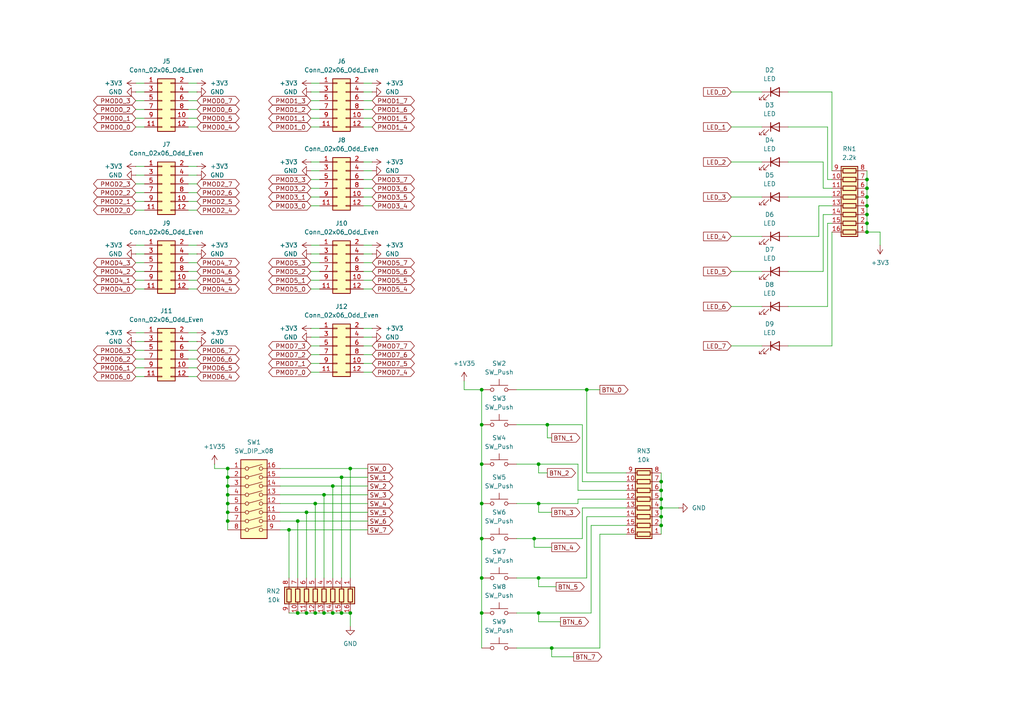
<source format=kicad_sch>
(kicad_sch (version 20231120) (generator "eeschema") (generator_version "8.0")
  (paper "A4")
  (title_block (title "PatchLogic 85 FPGA Board") (rev "V0.1") (company "ODHIN Unicamp") (comment 1 "Licensed under CERN OHL V2 Permissive") (comment 2 "Designed by: Julio Nunes Avelar"))
  (lib_symbols
    (symbol "Connector_Generic:Conn_02x06_Odd_Even" (pin_names (offset 1.016) hide)
      (property "Reference" "J" (at 1.27 7.62 0))
      (property "Value" "Conn_02x06_Odd_Even" (at 1.27 -10.16 0))
      (symbol "Conn_02x06_Odd_Even_1_1"
        (rectangle (start -1.27 -7.493) (end 0 -7.747) (stroke (width 0.1524)))
        (rectangle (start -1.27 -4.953) (end 0 -5.207) (stroke (width 0.1524)))
        (rectangle (start -1.27 -2.413) (end 0 -2.667) (stroke (width 0.1524)))
        (rectangle (start -1.27 0.127) (end 0 -0.127) (stroke (width 0.1524)))
        (rectangle (start -1.27 2.667) (end 0 2.413) (stroke (width 0.1524)))
        (rectangle (start -1.27 5.207) (end 0 4.953) (stroke (width 0.1524)))
        (rectangle (start -1.27 6.35) (end 3.81 -8.89) (stroke (width 0.254)) (fill (type background)))
        (rectangle (start 3.81 -7.493) (end 2.54 -7.747) (stroke (width 0.1524)))
        (rectangle (start 3.81 -4.953) (end 2.54 -5.207) (stroke (width 0.1524)))
        (rectangle (start 3.81 -2.413) (end 2.54 -2.667) (stroke (width 0.1524)))
        (rectangle (start 3.81 0.127) (end 2.54 -0.127) (stroke (width 0.1524)))
        (rectangle (start 3.81 2.667) (end 2.54 2.413) (stroke (width 0.1524)))
        (rectangle (start 3.81 5.207) (end 2.54 4.953) (stroke (width 0.1524)))
        (pin passive line (at -5.08 5.08 0) (length 3.81) (name "Pin_1") (number "1"))
        (pin passive line (at 7.62 -5.08 180) (length 3.81) (name "Pin_10") (number "10"))
        (pin passive line (at -5.08 -7.62 0) (length 3.81) (name "Pin_11") (number "11"))
        (pin passive line (at 7.62 -7.62 180) (length 3.81) (name "Pin_12") (number "12"))
        (pin passive line (at 7.62 5.08 180) (length 3.81) (name "Pin_2") (number "2"))
        (pin passive line (at -5.08 2.54 0) (length 3.81) (name "Pin_3") (number "3"))
        (pin passive line (at 7.62 2.54 180) (length 3.81) (name "Pin_4") (number "4"))
        (pin passive line (at -5.08 0 0) (length 3.81) (name "Pin_5") (number "5"))
        (pin passive line (at 7.62 0 180) (length 3.81) (name "Pin_6") (number "6"))
        (pin passive line (at -5.08 -2.54 0) (length 3.81) (name "Pin_7") (number "7"))
        (pin passive line (at 7.62 -2.54 180) (length 3.81) (name "Pin_8") (number "8"))
        (pin passive line (at -5.08 -5.08 0) (length 3.81) (name "Pin_9") (number "9"))
      )
    )
    (symbol "Device:LED" (pin_numbers hide) (pin_names (offset 1.016) hide)
      (property "Reference" "D" (at 0 2.54 0))
      (property "Value" "LED" (at 0 -2.54 0))
      (symbol "LED_0_1"
        (polyline (pts (xy -1.27 -1.27) (xy -1.27 1.27)) (stroke (width 0.254)))
        (polyline (pts (xy -1.27 0) (xy 1.27 0)))
        (polyline (pts (xy 1.27 -1.27) (xy 1.27 1.27) (xy -1.27 0) (xy 1.27 -1.27)) (stroke (width 0.254)))
        (polyline (pts (xy -3.048 -0.762) (xy -4.572 -2.286) (xy -3.81 -2.286) (xy -4.572 -2.286) (xy -4.572 -1.524)))
        (polyline (pts (xy -1.778 -0.762) (xy -3.302 -2.286) (xy -2.54 -2.286) (xy -3.302 -2.286) (xy -3.302 -1.524)))
      )
      (symbol "LED_1_1"
        (pin passive line (at -3.81 0 0) (length 2.54) (name "K") (number "1"))
        (pin passive line (at 3.81 0 180) (length 2.54) (name "A") (number "2"))
      )
    )
    (symbol "Device:R_Pack08" (pin_names (offset 0) hide)
      (property "Reference" "RN" (at -12.7 0 90))
      (property "Value" "R_Pack08" (at 10.16 0 90))
      (symbol "R_Pack08_0_1"
        (rectangle (start -11.43 -2.413) (end 8.89 2.413) (stroke (width 0.254)) (fill (type background)))
        (rectangle (start -10.795 1.905) (end -9.525 -1.905) (stroke (width 0.254)))
        (rectangle (start -8.255 1.905) (end -6.985 -1.905) (stroke (width 0.254)))
        (rectangle (start -5.715 1.905) (end -4.445 -1.905) (stroke (width 0.254)))
        (rectangle (start -3.175 1.905) (end -1.905 -1.905) (stroke (width 0.254)))
        (rectangle (start -0.635 1.905) (end 0.635 -1.905) (stroke (width 0.254)))
        (polyline (pts (xy -10.16 -2.54) (xy -10.16 -1.905)))
        (polyline (pts (xy -10.16 1.905) (xy -10.16 2.54)))
        (polyline (pts (xy -7.62 -2.54) (xy -7.62 -1.905)))
        (polyline (pts (xy -7.62 1.905) (xy -7.62 2.54)))
        (polyline (pts (xy -5.08 -2.54) (xy -5.08 -1.905)))
        (polyline (pts (xy -5.08 1.905) (xy -5.08 2.54)))
        (polyline (pts (xy -2.54 -2.54) (xy -2.54 -1.905)))
        (polyline (pts (xy -2.54 1.905) (xy -2.54 2.54)))
        (polyline (pts (xy 0 -2.54) (xy 0 -1.905)))
        (polyline (pts (xy 0 1.905) (xy 0 2.54)))
        (polyline (pts (xy 2.54 -2.54) (xy 2.54 -1.905)))
        (polyline (pts (xy 2.54 1.905) (xy 2.54 2.54)))
        (polyline (pts (xy 5.08 -2.54) (xy 5.08 -1.905)))
        (polyline (pts (xy 5.08 1.905) (xy 5.08 2.54)))
        (polyline (pts (xy 7.62 -2.54) (xy 7.62 -1.905)))
        (polyline (pts (xy 7.62 1.905) (xy 7.62 2.54)))
        (rectangle (start 1.905 1.905) (end 3.175 -1.905) (stroke (width 0.254)))
        (rectangle (start 4.445 1.905) (end 5.715 -1.905) (stroke (width 0.254)))
        (rectangle (start 6.985 1.905) (end 8.255 -1.905) (stroke (width 0.254)))
      )
      (symbol "R_Pack08_1_1"
        (pin passive line (at -10.16 -5.08 90) (length 2.54) (name "R1.1") (number "1"))
        (pin passive line (at 5.08 5.08 270) (length 2.54) (name "R7.2") (number "10"))
        (pin passive line (at 2.54 5.08 270) (length 2.54) (name "R6.2") (number "11"))
        (pin passive line (at 0 5.08 270) (length 2.54) (name "R5.2") (number "12"))
        (pin passive line (at -2.54 5.08 270) (length 2.54) (name "R4.2") (number "13"))
        (pin passive line (at -5.08 5.08 270) (length 2.54) (name "R3.2") (number "14"))
        (pin passive line (at -7.62 5.08 270) (length 2.54) (name "R2.2") (number "15"))
        (pin passive line (at -10.16 5.08 270) (length 2.54) (name "R1.2") (number "16"))
        (pin passive line (at -7.62 -5.08 90) (length 2.54) (name "R2.1") (number "2"))
        (pin passive line (at -5.08 -5.08 90) (length 2.54) (name "R3.1") (number "3"))
        (pin passive line (at -2.54 -5.08 90) (length 2.54) (name "R4.1") (number "4"))
        (pin passive line (at 0 -5.08 90) (length 2.54) (name "R5.1") (number "5"))
        (pin passive line (at 2.54 -5.08 90) (length 2.54) (name "R6.1") (number "6"))
        (pin passive line (at 5.08 -5.08 90) (length 2.54) (name "R7.1") (number "7"))
        (pin passive line (at 7.62 -5.08 90) (length 2.54) (name "R8.1") (number "8"))
        (pin passive line (at 7.62 5.08 270) (length 2.54) (name "R8.2") (number "9"))
      )
    )
    (symbol "Switch:SW_DIP_x08" (pin_names (offset 0) hide)
      (property "Reference" "SW" (at 0 13.97 0))
      (property "Value" "SW_DIP_x08" (at 0 -11.43 0))
      (symbol "SW_DIP_x08_0_0"
        (circle (center -2.032 -7.62) (radius 0.508))
        (circle (center -2.032 -5.08) (radius 0.508))
        (circle (center -2.032 -2.54) (radius 0.508))
        (circle (center -2.032 0) (radius 0.508))
        (circle (center -2.032 2.54) (radius 0.508))
        (circle (center -2.032 5.08) (radius 0.508))
        (circle (center -2.032 7.62) (radius 0.508))
        (circle (center -2.032 10.16) (radius 0.508))
        (polyline (pts (xy -1.524 -7.4676) (xy 2.3622 -6.4262)))
        (polyline (pts (xy -1.524 -4.9276) (xy 2.3622 -3.8862)))
        (polyline (pts (xy -1.524 -2.3876) (xy 2.3622 -1.3462)))
        (polyline (pts (xy -1.524 0.127) (xy 2.3622 1.1684)))
        (polyline (pts (xy -1.524 2.667) (xy 2.3622 3.7084)))
        (polyline (pts (xy -1.524 5.207) (xy 2.3622 6.2484)))
        (polyline (pts (xy -1.524 7.747) (xy 2.3622 8.7884)))
        (polyline (pts (xy -1.524 10.287) (xy 2.3622 11.3284)))
        (circle (center 2.032 -7.62) (radius 0.508))
        (circle (center 2.032 -5.08) (radius 0.508))
        (circle (center 2.032 -2.54) (radius 0.508))
        (circle (center 2.032 0) (radius 0.508))
        (circle (center 2.032 2.54) (radius 0.508))
        (circle (center 2.032 5.08) (radius 0.508))
        (circle (center 2.032 7.62) (radius 0.508))
        (circle (center 2.032 10.16) (radius 0.508))
      )
      (symbol "SW_DIP_x08_0_1"
        (rectangle (start -3.81 12.7) (end 3.81 -10.16) (stroke (width 0.254)) (fill (type background)))
      )
      (symbol "SW_DIP_x08_1_1"
        (pin passive line (at -7.62 10.16 0) (length 5.08) (name "~") (number "1"))
        (pin passive line (at 7.62 -5.08 180) (length 5.08) (name "~") (number "10"))
        (pin passive line (at 7.62 -2.54 180) (length 5.08) (name "~") (number "11"))
        (pin passive line (at 7.62 0 180) (length 5.08) (name "~") (number "12"))
        (pin passive line (at 7.62 2.54 180) (length 5.08) (name "~") (number "13"))
        (pin passive line (at 7.62 5.08 180) (length 5.08) (name "~") (number "14"))
        (pin passive line (at 7.62 7.62 180) (length 5.08) (name "~") (number "15"))
        (pin passive line (at 7.62 10.16 180) (length 5.08) (name "~") (number "16"))
        (pin passive line (at -7.62 7.62 0) (length 5.08) (name "~") (number "2"))
        (pin passive line (at -7.62 5.08 0) (length 5.08) (name "~") (number "3"))
        (pin passive line (at -7.62 2.54 0) (length 5.08) (name "~") (number "4"))
        (pin passive line (at -7.62 0 0) (length 5.08) (name "~") (number "5"))
        (pin passive line (at -7.62 -2.54 0) (length 5.08) (name "~") (number "6"))
        (pin passive line (at -7.62 -5.08 0) (length 5.08) (name "~") (number "7"))
        (pin passive line (at -7.62 -7.62 0) (length 5.08) (name "~") (number "8"))
        (pin passive line (at 7.62 -7.62 180) (length 5.08) (name "~") (number "9"))
      )
    )
    (symbol "Switch:SW_Push" (pin_numbers hide) (pin_names (offset 1.016) hide)
      (property "Reference" "SW" (at 1.27 2.54 0))
      (property "Value" "SW_Push" (at 0 -1.524 0))
      (symbol "SW_Push_0_1"
        (circle (center -2.032 0) (radius 0.508))
        (polyline (pts (xy 0 1.27) (xy 0 3.048)))
        (polyline (pts (xy 2.54 1.27) (xy -2.54 1.27)))
        (circle (center 2.032 0) (radius 0.508))
        (pin passive line (at -5.08 0 0) (length 2.54) (name "1") (number "1"))
        (pin passive line (at 5.08 0 180) (length 2.54) (name "2") (number "2"))
      )
    )
    (symbol "power:+1V35" (power) (pin_numbers hide) (pin_names (offset 0) hide)
      (property "Value" "+1V35" (at 0 3.556 0))
      (symbol "+1V35_0_1"
        (polyline (pts (xy -0.762 1.27) (xy 0 2.54)))
        (polyline (pts (xy 0 0) (xy 0 2.54)))
        (polyline (pts (xy 0 2.54) (xy 0.762 1.27)))
      )
      (symbol "+1V35_1_1"
        (pin power_in line (at 0 0 90) (length 0) (name "~") (number "1"))
      )
    )
    (symbol "power:+3V3" (power) (pin_numbers hide) (pin_names (offset 0) hide)
      (property "Value" "+3V3" (at 0 3.556 0))
      (symbol "+3V3_0_1"
        (polyline (pts (xy -0.762 1.27) (xy 0 2.54)))
        (polyline (pts (xy 0 0) (xy 0 2.54)))
        (polyline (pts (xy 0 2.54) (xy 0.762 1.27)))
      )
      (symbol "+3V3_1_1"
        (pin power_in line (at 0 0 90) (length 0) (name "~") (number "1"))
      )
    )
    (symbol "power:GND" (power) (pin_numbers hide) (pin_names (offset 0) hide)
      (property "Value" "GND" (at 0 -3.81 0))
      (symbol "GND_0_1"
        (polyline (pts (xy 0 0) (xy 0 -1.27) (xy 1.27 -1.27) (xy 0 -2.54) (xy -1.27 -1.27) (xy 0 -1.27)))
      )
      (symbol "GND_1_1"
        (pin power_in line (at 0 0 270) (length 0) (name "~") (number "1"))
      )
    )
  )
  (junction (at 139.7 123.19))
  (junction (at 251.46 57.15))
  (junction (at 251.46 52.07))
  (junction (at 88.9 177.8))
  (junction (at 191.77 139.7))
  (junction (at 139.7 134.62))
  (junction (at 139.7 167.64))
  (junction (at 251.46 64.77))
  (junction (at 88.9 148.59))
  (junction (at 154.94 156.21))
  (junction (at 251.46 62.23))
  (junction (at 66.04 143.51))
  (junction (at 191.77 147.32))
  (junction (at 156.21 134.62))
  (junction (at 66.04 148.59))
  (junction (at 158.75 123.19))
  (junction (at 93.98 177.8))
  (junction (at 91.44 177.8))
  (junction (at 170.18 113.03))
  (junction (at 139.7 177.8))
  (junction (at 156.21 167.64))
  (junction (at 191.77 144.78))
  (junction (at 251.46 67.31))
  (junction (at 66.04 151.13))
  (junction (at 66.04 140.97))
  (junction (at 139.7 146.05))
  (junction (at 191.77 149.86))
  (junction (at 191.77 142.24))
  (junction (at 101.6 135.89))
  (junction (at 156.21 146.05))
  (junction (at 66.04 135.89))
  (junction (at 96.52 177.8))
  (junction (at 160.02 187.96))
  (junction (at 156.21 177.8))
  (junction (at 101.6 177.8))
  (junction (at 99.06 177.8))
  (junction (at 66.04 146.05))
  (junction (at 251.46 54.61))
  (junction (at 251.46 59.69))
  (junction (at 93.98 143.51))
  (junction (at 139.7 156.21))
  (junction (at 91.44 146.05))
  (junction (at 86.36 177.8))
  (junction (at 86.36 151.13))
  (junction (at 191.77 152.4))
  (junction (at 83.82 153.67))
  (junction (at 99.06 138.43))
  (junction (at 96.52 140.97))
  (junction (at 139.7 113.03))
  (junction (at 66.04 138.43))
  (wire (pts (xy 96.52 140.97) (xy 81.28 140.97)))
  (wire (pts (xy 212.09 36.83) (xy 220.98 36.83)))
  (wire (pts (xy 238.76 46.99) (xy 238.76 54.61)))
  (wire (pts (xy 105.41 36.83) (xy 107.95 36.83)))
  (wire (pts (xy 238.76 54.61) (xy 241.3 54.61)))
  (wire (pts (xy 66.04 138.43) (xy 66.04 140.97)))
  (wire (pts (xy 91.44 146.05) (xy 106.68 146.05)))
  (wire (pts (xy 251.46 59.69) (xy 251.46 62.23)))
  (wire (pts (xy 105.41 76.2) (xy 107.95 76.2)))
  (wire (pts (xy 54.61 48.26) (xy 57.15 48.26)))
  (wire (pts (xy 251.46 64.77) (xy 251.46 67.31)))
  (wire (pts (xy 241.3 100.33) (xy 228.6 100.33)))
  (wire (pts (xy 191.77 147.32) (xy 191.77 149.86)))
  (wire (pts (xy 39.37 109.22) (xy 41.91 109.22)))
  (wire (pts (xy 90.17 57.15) (xy 92.71 57.15)))
  (wire (pts (xy 54.61 36.83) (xy 57.15 36.83)))
  (wire (pts (xy 99.06 167.64) (xy 99.06 138.43)))
  (wire (pts (xy 39.37 26.67) (xy 41.91 26.67)))
  (wire (pts (xy 105.41 49.53) (xy 107.95 49.53)))
  (wire (pts (xy 93.98 167.64) (xy 93.98 143.51)))
  (wire (pts (xy 90.17 34.29) (xy 92.71 34.29)))
  (wire (pts (xy 90.17 24.13) (xy 92.71 24.13)))
  (wire (pts (xy 54.61 99.06) (xy 57.15 99.06)))
  (wire (pts (xy 90.17 83.82) (xy 92.71 83.82)))
  (wire (pts (xy 39.37 81.28) (xy 41.91 81.28)))
  (wire (pts (xy 105.41 73.66) (xy 107.95 73.66)))
  (wire (pts (xy 54.61 58.42) (xy 57.15 58.42)))
  (wire (pts (xy 39.37 96.52) (xy 41.91 96.52)))
  (wire (pts (xy 66.04 146.05) (xy 66.04 148.59)))
  (wire (pts (xy 39.37 55.88) (xy 41.91 55.88)))
  (wire (pts (xy 90.17 76.2) (xy 92.71 76.2)))
  (wire (pts (xy 191.77 149.86) (xy 191.77 152.4)))
  (wire (pts (xy 99.06 138.43) (xy 106.68 138.43)))
  (wire (pts (xy 161.29 170.18) (xy 156.21 170.18)))
  (wire (pts (xy 39.37 101.6) (xy 41.91 101.6)))
  (wire (pts (xy 83.82 177.8) (xy 86.36 177.8)))
  (wire (pts (xy 90.17 52.07) (xy 92.71 52.07)))
  (wire (pts (xy 241.3 59.69) (xy 237.49 59.69)))
  (wire (pts (xy 39.37 78.74) (xy 41.91 78.74)))
  (wire (pts (xy 105.41 34.29) (xy 107.95 34.29)))
  (wire (pts (xy 86.36 177.8) (xy 88.9 177.8)))
  (wire (pts (xy 167.64 142.24) (xy 181.61 142.24)))
  (wire (pts (xy 101.6 167.64) (xy 101.6 135.89)))
  (wire (pts (xy 39.37 24.13) (xy 41.91 24.13)))
  (wire (pts (xy 66.04 135.89) (xy 66.04 138.43)))
  (wire (pts (xy 88.9 148.59) (xy 106.68 148.59)))
  (wire (pts (xy 241.3 26.67) (xy 228.6 26.67)))
  (wire (pts (xy 54.61 24.13) (xy 57.15 24.13)))
  (wire (pts (xy 212.09 88.9) (xy 220.98 88.9)))
  (wire (pts (xy 91.44 177.8) (xy 93.98 177.8)))
  (wire (pts (xy 139.7 167.64) (xy 139.7 177.8)))
  (wire (pts (xy 158.75 123.19) (xy 168.91 123.19)))
  (wire (pts (xy 168.91 123.19) (xy 168.91 139.7)))
  (wire (pts (xy 90.17 71.12) (xy 92.71 71.12)))
  (wire (pts (xy 39.37 48.26) (xy 41.91 48.26)))
  (wire (pts (xy 54.61 50.8) (xy 57.15 50.8)))
  (wire (pts (xy 90.17 102.87) (xy 92.71 102.87)))
  (wire (pts (xy 105.41 107.95) (xy 107.95 107.95)))
  (wire (pts (xy 99.06 138.43) (xy 81.28 138.43)))
  (wire (pts (xy 251.46 62.23) (xy 251.46 64.77)))
  (wire (pts (xy 237.49 68.58) (xy 228.6 68.58)))
  (wire (pts (xy 212.09 78.74) (xy 220.98 78.74)))
  (wire (pts (xy 66.04 151.13) (xy 66.04 153.67)))
  (wire (pts (xy 191.77 152.4) (xy 191.77 154.94)))
  (wire (pts (xy 212.09 68.58) (xy 220.98 68.58)))
  (wire (pts (xy 99.06 177.8) (xy 101.6 177.8)))
  (wire (pts (xy 154.94 158.75) (xy 154.94 156.21)))
  (wire (pts (xy 156.21 134.62) (xy 167.64 134.62)))
  (wire (pts (xy 171.45 177.8) (xy 171.45 152.4)))
  (wire (pts (xy 54.61 34.29) (xy 57.15 34.29)))
  (wire (pts (xy 156.21 177.8) (xy 171.45 177.8)))
  (wire (pts (xy 149.86 177.8) (xy 156.21 177.8)))
  (wire (pts (xy 139.7 134.62) (xy 139.7 146.05)))
  (wire (pts (xy 160.02 127) (xy 158.75 127)))
  (wire (pts (xy 251.46 54.61) (xy 251.46 57.15)))
  (wire (pts (xy 39.37 53.34) (xy 41.91 53.34)))
  (wire (pts (xy 90.17 81.28) (xy 92.71 81.28)))
  (wire (pts (xy 105.41 95.25) (xy 107.95 95.25)))
  (wire (pts (xy 139.7 156.21) (xy 139.7 167.64)))
  (wire (pts (xy 228.6 36.83) (xy 240.03 36.83)))
  (wire (pts (xy 39.37 104.14) (xy 41.91 104.14)))
  (wire (pts (xy 39.37 76.2) (xy 41.91 76.2)))
  (wire (pts (xy 96.52 140.97) (xy 106.68 140.97)))
  (wire (pts (xy 168.91 156.21) (xy 168.91 147.32)))
  (wire (pts (xy 90.17 31.75) (xy 92.71 31.75)))
  (wire (pts (xy 90.17 73.66) (xy 92.71 73.66)))
  (wire (pts (xy 86.36 151.13) (xy 106.68 151.13)))
  (wire (pts (xy 238.76 62.23) (xy 238.76 78.74)))
  (wire (pts (xy 105.41 97.79) (xy 107.95 97.79)))
  (wire (pts (xy 158.75 137.16) (xy 156.21 137.16)))
  (wire (pts (xy 86.36 151.13) (xy 81.28 151.13)))
  (wire (pts (xy 88.9 177.8) (xy 91.44 177.8)))
  (wire (pts (xy 170.18 149.86) (xy 181.61 149.86)))
  (wire (pts (xy 39.37 60.96) (xy 41.91 60.96)))
  (wire (pts (xy 237.49 59.69) (xy 237.49 68.58)))
  (wire (pts (xy 54.61 109.22) (xy 57.15 109.22)))
  (wire (pts (xy 54.61 81.28) (xy 57.15 81.28)))
  (wire (pts (xy 54.61 76.2) (xy 57.15 76.2)))
  (wire (pts (xy 167.64 146.05) (xy 167.64 144.78)))
  (wire (pts (xy 212.09 100.33) (xy 220.98 100.33)))
  (wire (pts (xy 170.18 137.16) (xy 181.61 137.16)))
  (wire (pts (xy 39.37 31.75) (xy 41.91 31.75)))
  (wire (pts (xy 251.46 52.07) (xy 251.46 54.61)))
  (wire (pts (xy 160.02 148.59) (xy 156.21 148.59)))
  (wire (pts (xy 101.6 135.89) (xy 106.68 135.89)))
  (wire (pts (xy 238.76 78.74) (xy 228.6 78.74)))
  (wire (pts (xy 105.41 83.82) (xy 107.95 83.82)))
  (wire (pts (xy 54.61 78.74) (xy 57.15 78.74)))
  (wire (pts (xy 191.77 144.78) (xy 191.77 147.32)))
  (wire (pts (xy 241.3 64.77) (xy 240.03 64.77)))
  (wire (pts (xy 90.17 26.67) (xy 92.71 26.67)))
  (wire (pts (xy 156.21 167.64) (xy 170.18 167.64)))
  (wire (pts (xy 39.37 71.12) (xy 41.91 71.12)))
  (wire (pts (xy 54.61 29.21) (xy 57.15 29.21)))
  (wire (pts (xy 154.94 156.21) (xy 168.91 156.21)))
  (wire (pts (xy 255.27 67.31) (xy 251.46 67.31)))
  (wire (pts (xy 168.91 139.7) (xy 181.61 139.7)))
  (wire (pts (xy 240.03 36.83) (xy 240.03 52.07)))
  (wire (pts (xy 212.09 46.99) (xy 220.98 46.99)))
  (wire (pts (xy 83.82 167.64) (xy 83.82 153.67)))
  (wire (pts (xy 156.21 148.59) (xy 156.21 146.05)))
  (wire (pts (xy 105.41 46.99) (xy 107.95 46.99)))
  (wire (pts (xy 54.61 73.66) (xy 57.15 73.66)))
  (wire (pts (xy 173.99 154.94) (xy 181.61 154.94)))
  (wire (pts (xy 90.17 105.41) (xy 92.71 105.41)))
  (wire (pts (xy 54.61 83.82) (xy 57.15 83.82)))
  (wire (pts (xy 241.3 49.53) (xy 241.3 26.67)))
  (wire (pts (xy 149.86 187.96) (xy 160.02 187.96)))
  (wire (pts (xy 139.7 123.19) (xy 139.7 134.62)))
  (wire (pts (xy 39.37 83.82) (xy 41.91 83.82)))
  (wire (pts (xy 90.17 29.21) (xy 92.71 29.21)))
  (wire (pts (xy 88.9 148.59) (xy 81.28 148.59)))
  (wire (pts (xy 149.86 134.62) (xy 156.21 134.62)))
  (wire (pts (xy 255.27 71.12) (xy 255.27 67.31)))
  (wire (pts (xy 228.6 57.15) (xy 241.3 57.15)))
  (wire (pts (xy 54.61 71.12) (xy 57.15 71.12)))
  (wire (pts (xy 39.37 34.29) (xy 41.91 34.29)))
  (wire (pts (xy 90.17 100.33) (xy 92.71 100.33)))
  (wire (pts (xy 105.41 71.12) (xy 107.95 71.12)))
  (wire (pts (xy 90.17 36.83) (xy 92.71 36.83)))
  (wire (pts (xy 105.41 78.74) (xy 107.95 78.74)))
  (wire (pts (xy 168.91 147.32) (xy 181.61 147.32)))
  (wire (pts (xy 90.17 95.25) (xy 92.71 95.25)))
  (wire (pts (xy 101.6 135.89) (xy 81.28 135.89)))
  (wire (pts (xy 39.37 58.42) (xy 41.91 58.42)))
  (wire (pts (xy 162.56 180.34) (xy 156.21 180.34)))
  (wire (pts (xy 105.41 54.61) (xy 107.95 54.61)))
  (wire (pts (xy 191.77 137.16) (xy 191.77 139.7)))
  (wire (pts (xy 90.17 49.53) (xy 92.71 49.53)))
  (wire (pts (xy 170.18 113.03) (xy 170.18 137.16)))
  (wire (pts (xy 39.37 99.06) (xy 41.91 99.06)))
  (wire (pts (xy 212.09 26.67) (xy 220.98 26.67)))
  (wire (pts (xy 105.41 100.33) (xy 107.95 100.33)))
  (wire (pts (xy 39.37 73.66) (xy 41.91 73.66)))
  (wire (pts (xy 105.41 26.67) (xy 107.95 26.67)))
  (wire (pts (xy 91.44 167.64) (xy 91.44 146.05)))
  (wire (pts (xy 54.61 106.68) (xy 57.15 106.68)))
  (wire (pts (xy 62.23 135.89) (xy 66.04 135.89)))
  (wire (pts (xy 96.52 167.64) (xy 96.52 140.97)))
  (wire (pts (xy 156.21 170.18) (xy 156.21 167.64)))
  (wire (pts (xy 66.04 143.51) (xy 66.04 146.05)))
  (wire (pts (xy 54.61 55.88) (xy 57.15 55.88)))
  (wire (pts (xy 139.7 146.05) (xy 139.7 156.21)))
  (wire (pts (xy 251.46 57.15) (xy 251.46 59.69)))
  (wire (pts (xy 212.09 57.15) (xy 220.98 57.15)))
  (wire (pts (xy 96.52 177.8) (xy 99.06 177.8)))
  (wire (pts (xy 83.82 153.67) (xy 106.68 153.67)))
  (wire (pts (xy 91.44 146.05) (xy 81.28 146.05)))
  (wire (pts (xy 54.61 96.52) (xy 57.15 96.52)))
  (wire (pts (xy 54.61 26.67) (xy 57.15 26.67)))
  (wire (pts (xy 191.77 139.7) (xy 191.77 142.24)))
  (wire (pts (xy 54.61 104.14) (xy 57.15 104.14)))
  (wire (pts (xy 105.41 29.21) (xy 107.95 29.21)))
  (wire (pts (xy 90.17 46.99) (xy 92.71 46.99)))
  (wire (pts (xy 156.21 146.05) (xy 167.64 146.05)))
  (wire (pts (xy 62.23 134.62) (xy 62.23 135.89)))
  (wire (pts (xy 83.82 153.67) (xy 81.28 153.67)))
  (wire (pts (xy 149.86 113.03) (xy 170.18 113.03)))
  (wire (pts (xy 134.62 113.03) (xy 139.7 113.03)))
  (wire (pts (xy 149.86 123.19) (xy 158.75 123.19)))
  (wire (pts (xy 54.61 101.6) (xy 57.15 101.6)))
  (wire (pts (xy 54.61 60.96) (xy 57.15 60.96)))
  (wire (pts (xy 93.98 143.51) (xy 81.28 143.51)))
  (wire (pts (xy 191.77 142.24) (xy 191.77 144.78)))
  (wire (pts (xy 240.03 52.07) (xy 241.3 52.07)))
  (wire (pts (xy 39.37 29.21) (xy 41.91 29.21)))
  (wire (pts (xy 88.9 167.64) (xy 88.9 148.59)))
  (wire (pts (xy 149.86 146.05) (xy 156.21 146.05)))
  (wire (pts (xy 156.21 137.16) (xy 156.21 134.62)))
  (wire (pts (xy 105.41 24.13) (xy 107.95 24.13)))
  (wire (pts (xy 90.17 107.95) (xy 92.71 107.95)))
  (wire (pts (xy 160.02 187.96) (xy 173.99 187.96)))
  (wire (pts (xy 240.03 88.9) (xy 228.6 88.9)))
  (wire (pts (xy 39.37 36.83) (xy 41.91 36.83)))
  (wire (pts (xy 134.62 110.49) (xy 134.62 113.03)))
  (wire (pts (xy 166.37 190.5) (xy 160.02 190.5)))
  (wire (pts (xy 101.6 177.8) (xy 101.6 181.61)))
  (wire (pts (xy 240.03 64.77) (xy 240.03 88.9)))
  (wire (pts (xy 171.45 152.4) (xy 181.61 152.4)))
  (wire (pts (xy 149.86 167.64) (xy 156.21 167.64)))
  (wire (pts (xy 39.37 106.68) (xy 41.91 106.68)))
  (wire (pts (xy 66.04 140.97) (xy 66.04 143.51)))
  (wire (pts (xy 105.41 105.41) (xy 107.95 105.41)))
  (wire (pts (xy 90.17 78.74) (xy 92.71 78.74)))
  (wire (pts (xy 160.02 190.5) (xy 160.02 187.96)))
  (wire (pts (xy 105.41 31.75) (xy 107.95 31.75)))
  (wire (pts (xy 105.41 52.07) (xy 107.95 52.07)))
  (wire (pts (xy 90.17 97.79) (xy 92.71 97.79)))
  (wire (pts (xy 105.41 102.87) (xy 107.95 102.87)))
  (wire (pts (xy 90.17 54.61) (xy 92.71 54.61)))
  (wire (pts (xy 105.41 81.28) (xy 107.95 81.28)))
  (wire (pts (xy 93.98 143.51) (xy 106.68 143.51)))
  (wire (pts (xy 170.18 113.03) (xy 173.99 113.03)))
  (wire (pts (xy 156.21 180.34) (xy 156.21 177.8)))
  (wire (pts (xy 66.04 148.59) (xy 66.04 151.13)))
  (wire (pts (xy 160.02 158.75) (xy 154.94 158.75)))
  (wire (pts (xy 228.6 46.99) (xy 238.76 46.99)))
  (wire (pts (xy 241.3 62.23) (xy 238.76 62.23)))
  (wire (pts (xy 54.61 53.34) (xy 57.15 53.34)))
  (wire (pts (xy 167.64 144.78) (xy 181.61 144.78)))
  (wire (pts (xy 105.41 57.15) (xy 107.95 57.15)))
  (wire (pts (xy 139.7 177.8) (xy 139.7 187.96)))
  (wire (pts (xy 191.77 147.32) (xy 196.85 147.32)))
  (wire (pts (xy 93.98 177.8) (xy 96.52 177.8)))
  (wire (pts (xy 105.41 59.69) (xy 107.95 59.69)))
  (wire (pts (xy 251.46 49.53) (xy 251.46 52.07)))
  (wire (pts (xy 158.75 127) (xy 158.75 123.19)))
  (wire (pts (xy 86.36 167.64) (xy 86.36 151.13)))
  (wire (pts (xy 139.7 113.03) (xy 139.7 123.19)))
  (wire (pts (xy 167.64 134.62) (xy 167.64 142.24)))
  (wire (pts (xy 149.86 156.21) (xy 154.94 156.21)))
  (wire (pts (xy 241.3 67.31) (xy 241.3 100.33)))
  (wire (pts (xy 54.61 31.75) (xy 57.15 31.75)))
  (wire (pts (xy 173.99 187.96) (xy 173.99 154.94)))
  (wire (pts (xy 39.37 50.8) (xy 41.91 50.8)))
  (wire (pts (xy 170.18 167.64) (xy 170.18 149.86)))
  (wire (pts (xy 90.17 59.69) (xy 92.71 59.69)))
  (global_label "PMOD0_3" (shape bidirectional) (at 39.37 29.21 180) (property "Intersheetrefs" "${INTERSHEET_REFS}" (effects (hide yes))))
  (global_label "PMOD6_6" (shape bidirectional) (at 57.15 104.14 0) (property "Intersheetrefs" "${INTERSHEET_REFS}" (effects (hide yes))))
  (global_label "PMOD0_7" (shape bidirectional) (at 57.15 29.21 0) (property "Intersheetrefs" "${INTERSHEET_REFS}" (effects (hide yes))))
  (global_label "PMOD4_1" (shape bidirectional) (at 39.37 81.28 180) (property "Intersheetrefs" "${INTERSHEET_REFS}" (effects (hide yes))))
  (global_label "PMOD3_4" (shape bidirectional) (at 107.95 59.69 0) (property "Intersheetrefs" "${INTERSHEET_REFS}" (effects (hide yes))))
  (global_label "PMOD0_2" (shape bidirectional) (at 39.37 31.75 180) (property "Intersheetrefs" "${INTERSHEET_REFS}" (effects (hide yes))))
  (global_label "PMOD5_7" (shape bidirectional) (at 107.95 76.2 0) (property "Intersheetrefs" "${INTERSHEET_REFS}" (effects (hide yes))))
  (global_label "PMOD4_5" (shape bidirectional) (at 57.15 81.28 0) (property "Intersheetrefs" "${INTERSHEET_REFS}" (effects (hide yes))))
  (global_label "PMOD1_7" (shape bidirectional) (at 107.95 29.21 0) (property "Intersheetrefs" "${INTERSHEET_REFS}" (effects (hide yes))))
  (global_label "SW_0" (shape output) (at 106.68 135.89 0) (property "Intersheetrefs" "${INTERSHEET_REFS}" (effects (hide yes))))
  (global_label "PMOD2_1" (shape bidirectional) (at 39.37 58.42 180) (property "Intersheetrefs" "${INTERSHEET_REFS}" (effects (hide yes))))
  (global_label "PMOD5_5" (shape bidirectional) (at 107.95 81.28 0) (property "Intersheetrefs" "${INTERSHEET_REFS}" (effects (hide yes))))
  (global_label "LED_5" (shape input) (at 212.09 78.74 180) (property "Intersheetrefs" "${INTERSHEET_REFS}" (effects (hide yes))))
  (global_label "PMOD1_2" (shape bidirectional) (at 90.17 31.75 180) (property "Intersheetrefs" "${INTERSHEET_REFS}" (effects (hide yes))))
  (global_label "PMOD3_6" (shape bidirectional) (at 107.95 54.61 0) (property "Intersheetrefs" "${INTERSHEET_REFS}" (effects (hide yes))))
  (global_label "PMOD3_0" (shape bidirectional) (at 90.17 59.69 180) (property "Intersheetrefs" "${INTERSHEET_REFS}" (effects (hide yes))))
  (global_label "PMOD7_2" (shape bidirectional) (at 90.17 102.87 180) (property "Intersheetrefs" "${INTERSHEET_REFS}" (effects (hide yes))))
  (global_label "PMOD6_5" (shape bidirectional) (at 57.15 106.68 0) (property "Intersheetrefs" "${INTERSHEET_REFS}" (effects (hide yes))))
  (global_label "PMOD5_2" (shape bidirectional) (at 90.17 78.74 180) (property "Intersheetrefs" "${INTERSHEET_REFS}" (effects (hide yes))))
  (global_label "BTN_0" (shape output) (at 173.99 113.03 0) (property "Intersheetrefs" "${INTERSHEET_REFS}" (effects (hide yes))))
  (global_label "PMOD1_5" (shape bidirectional) (at 107.95 34.29 0) (property "Intersheetrefs" "${INTERSHEET_REFS}" (effects (hide yes))))
  (global_label "PMOD2_7" (shape bidirectional) (at 57.15 53.34 0) (property "Intersheetrefs" "${INTERSHEET_REFS}" (effects (hide yes))))
  (global_label "BTN_3" (shape output) (at 160.02 148.59 0) (property "Intersheetrefs" "${INTERSHEET_REFS}" (effects (hide yes))))
  (global_label "PMOD7_0" (shape bidirectional) (at 90.17 107.95 180) (property "Intersheetrefs" "${INTERSHEET_REFS}" (effects (hide yes))))
  (global_label "PMOD0_6" (shape bidirectional) (at 57.15 31.75 0) (property "Intersheetrefs" "${INTERSHEET_REFS}" (effects (hide yes))))
  (global_label "SW_2" (shape output) (at 106.68 140.97 0) (property "Intersheetrefs" "${INTERSHEET_REFS}" (effects (hide yes))))
  (global_label "PMOD2_5" (shape bidirectional) (at 57.15 58.42 0) (property "Intersheetrefs" "${INTERSHEET_REFS}" (effects (hide yes))))
  (global_label "LED_7" (shape input) (at 212.09 100.33 180) (property "Intersheetrefs" "${INTERSHEET_REFS}" (effects (hide yes))))
  (global_label "PMOD4_6" (shape bidirectional) (at 57.15 78.74 0) (property "Intersheetrefs" "${INTERSHEET_REFS}" (effects (hide yes))))
  (global_label "PMOD0_0" (shape bidirectional) (at 39.37 36.83 180) (property "Intersheetrefs" "${INTERSHEET_REFS}" (effects (hide yes))))
  (global_label "PMOD7_5" (shape bidirectional) (at 107.95 105.41 0) (property "Intersheetrefs" "${INTERSHEET_REFS}" (effects (hide yes))))
  (global_label "PMOD5_3" (shape bidirectional) (at 90.17 76.2 180) (property "Intersheetrefs" "${INTERSHEET_REFS}" (effects (hide yes))))
  (global_label "PMOD7_1" (shape bidirectional) (at 90.17 105.41 180) (property "Intersheetrefs" "${INTERSHEET_REFS}" (effects (hide yes))))
  (global_label "PMOD1_0" (shape bidirectional) (at 90.17 36.83 180) (property "Intersheetrefs" "${INTERSHEET_REFS}" (effects (hide yes))))
  (global_label "PMOD6_0" (shape bidirectional) (at 39.37 109.22 180) (property "Intersheetrefs" "${INTERSHEET_REFS}" (effects (hide yes))))
  (global_label "PMOD3_5" (shape bidirectional) (at 107.95 57.15 0) (property "Intersheetrefs" "${INTERSHEET_REFS}" (effects (hide yes))))
  (global_label "PMOD5_4" (shape bidirectional) (at 107.95 83.82 0) (property "Intersheetrefs" "${INTERSHEET_REFS}" (effects (hide yes))))
  (global_label "LED_6" (shape input) (at 212.09 88.9 180) (property "Intersheetrefs" "${INTERSHEET_REFS}" (effects (hide yes))))
  (global_label "PMOD3_2" (shape bidirectional) (at 90.17 54.61 180) (property "Intersheetrefs" "${INTERSHEET_REFS}" (effects (hide yes))))
  (global_label "PMOD3_1" (shape bidirectional) (at 90.17 57.15 180) (property "Intersheetrefs" "${INTERSHEET_REFS}" (effects (hide yes))))
  (global_label "PMOD6_7" (shape bidirectional) (at 57.15 101.6 0) (property "Intersheetrefs" "${INTERSHEET_REFS}" (effects (hide yes))))
  (global_label "SW_7" (shape output) (at 106.68 153.67 0) (property "Intersheetrefs" "${INTERSHEET_REFS}" (effects (hide yes))))
  (global_label "BTN_1" (shape output) (at 160.02 127 0) (property "Intersheetrefs" "${INTERSHEET_REFS}" (effects (hide yes))))
  (global_label "LED_1" (shape input) (at 212.09 36.83 180) (property "Intersheetrefs" "${INTERSHEET_REFS}" (effects (hide yes))))
  (global_label "BTN_2" (shape output) (at 158.75 137.16 0) (property "Intersheetrefs" "${INTERSHEET_REFS}" (effects (hide yes))))
  (global_label "PMOD4_2" (shape bidirectional) (at 39.37 78.74 180) (property "Intersheetrefs" "${INTERSHEET_REFS}" (effects (hide yes))))
  (global_label "PMOD2_3" (shape bidirectional) (at 39.37 53.34 180) (property "Intersheetrefs" "${INTERSHEET_REFS}" (effects (hide yes))))
  (global_label "PMOD3_3" (shape bidirectional) (at 90.17 52.07 180) (property "Intersheetrefs" "${INTERSHEET_REFS}" (effects (hide yes))))
  (global_label "PMOD2_4" (shape bidirectional) (at 57.15 60.96 0) (property "Intersheetrefs" "${INTERSHEET_REFS}" (effects (hide yes))))
  (global_label "PMOD6_2" (shape bidirectional) (at 39.37 104.14 180) (property "Intersheetrefs" "${INTERSHEET_REFS}" (effects (hide yes))))
  (global_label "PMOD7_6" (shape bidirectional) (at 107.95 102.87 0) (property "Intersheetrefs" "${INTERSHEET_REFS}" (effects (hide yes))))
  (global_label "PMOD0_5" (shape bidirectional) (at 57.15 34.29 0) (property "Intersheetrefs" "${INTERSHEET_REFS}" (effects (hide yes))))
  (global_label "SW_6" (shape output) (at 106.68 151.13 0) (property "Intersheetrefs" "${INTERSHEET_REFS}" (effects (hide yes))))
  (global_label "PMOD0_1" (shape bidirectional) (at 39.37 34.29 180) (property "Intersheetrefs" "${INTERSHEET_REFS}" (effects (hide yes))))
  (global_label "BTN_7" (shape output) (at 166.37 190.5 0) (property "Intersheetrefs" "${INTERSHEET_REFS}" (effects (hide yes))))
  (global_label "PMOD3_7" (shape bidirectional) (at 107.95 52.07 0) (property "Intersheetrefs" "${INTERSHEET_REFS}" (effects (hide yes))))
  (global_label "SW_5" (shape output) (at 106.68 148.59 0) (property "Intersheetrefs" "${INTERSHEET_REFS}" (effects (hide yes))))
  (global_label "PMOD4_3" (shape bidirectional) (at 39.37 76.2 180) (property "Intersheetrefs" "${INTERSHEET_REFS}" (effects (hide yes))))
  (global_label "PMOD5_1" (shape bidirectional) (at 90.17 81.28 180) (property "Intersheetrefs" "${INTERSHEET_REFS}" (effects (hide yes))))
  (global_label "PMOD6_3" (shape bidirectional) (at 39.37 101.6 180) (property "Intersheetrefs" "${INTERSHEET_REFS}" (effects (hide yes))))
  (global_label "PMOD5_6" (shape bidirectional) (at 107.95 78.74 0) (property "Intersheetrefs" "${INTERSHEET_REFS}" (effects (hide yes))))
  (global_label "PMOD4_4" (shape bidirectional) (at 57.15 83.82 0) (property "Intersheetrefs" "${INTERSHEET_REFS}" (effects (hide yes))))
  (global_label "PMOD4_0" (shape bidirectional) (at 39.37 83.82 180) (property "Intersheetrefs" "${INTERSHEET_REFS}" (effects (hide yes))))
  (global_label "PMOD6_4" (shape bidirectional) (at 57.15 109.22 0) (property "Intersheetrefs" "${INTERSHEET_REFS}" (effects (hide yes))))
  (global_label "SW_3" (shape output) (at 106.68 143.51 0) (property "Intersheetrefs" "${INTERSHEET_REFS}" (effects (hide yes))))
  (global_label "BTN_5" (shape output) (at 161.29 170.18 0) (property "Intersheetrefs" "${INTERSHEET_REFS}" (effects (hide yes))))
  (global_label "PMOD1_1" (shape bidirectional) (at 90.17 34.29 180) (property "Intersheetrefs" "${INTERSHEET_REFS}" (effects (hide yes))))
  (global_label "LED_3" (shape input) (at 212.09 57.15 180) (property "Intersheetrefs" "${INTERSHEET_REFS}" (effects (hide yes))))
  (global_label "LED_2" (shape input) (at 212.09 46.99 180) (property "Intersheetrefs" "${INTERSHEET_REFS}" (effects (hide yes))))
  (global_label "PMOD4_7" (shape bidirectional) (at 57.15 76.2 0) (property "Intersheetrefs" "${INTERSHEET_REFS}" (effects (hide yes))))
  (global_label "PMOD6_1" (shape bidirectional) (at 39.37 106.68 180) (property "Intersheetrefs" "${INTERSHEET_REFS}" (effects (hide yes))))
  (global_label "PMOD7_3" (shape bidirectional) (at 90.17 100.33 180) (property "Intersheetrefs" "${INTERSHEET_REFS}" (effects (hide yes))))
  (global_label "SW_4" (shape output) (at 106.68 146.05 0) (property "Intersheetrefs" "${INTERSHEET_REFS}" (effects (hide yes))))
  (global_label "PMOD1_4" (shape bidirectional) (at 107.95 36.83 0) (property "Intersheetrefs" "${INTERSHEET_REFS}" (effects (hide yes))))
  (global_label "LED_4" (shape input) (at 212.09 68.58 180) (property "Intersheetrefs" "${INTERSHEET_REFS}" (effects (hide yes))))
  (global_label "PMOD5_0" (shape bidirectional) (at 90.17 83.82 180) (property "Intersheetrefs" "${INTERSHEET_REFS}" (effects (hide yes))))
  (global_label "PMOD2_2" (shape bidirectional) (at 39.37 55.88 180) (property "Intersheetrefs" "${INTERSHEET_REFS}" (effects (hide yes))))
  (global_label "PMOD2_6" (shape bidirectional) (at 57.15 55.88 0) (property "Intersheetrefs" "${INTERSHEET_REFS}" (effects (hide yes))))
  (global_label "LED_0" (shape input) (at 212.09 26.67 180) (property "Intersheetrefs" "${INTERSHEET_REFS}" (effects (hide yes))))
  (global_label "PMOD7_7" (shape bidirectional) (at 107.95 100.33 0) (property "Intersheetrefs" "${INTERSHEET_REFS}" (effects (hide yes))))
  (global_label "SW_1" (shape output) (at 106.68 138.43 0) (property "Intersheetrefs" "${INTERSHEET_REFS}" (effects (hide yes))))
  (global_label "BTN_6" (shape output) (at 162.56 180.34 0) (property "Intersheetrefs" "${INTERSHEET_REFS}" (effects (hide yes))))
  (global_label "PMOD1_6" (shape bidirectional) (at 107.95 31.75 0) (property "Intersheetrefs" "${INTERSHEET_REFS}" (effects (hide yes))))
  (global_label "PMOD0_4" (shape bidirectional) (at 57.15 36.83 0) (property "Intersheetrefs" "${INTERSHEET_REFS}" (effects (hide yes))))
  (global_label "PMOD1_3" (shape bidirectional) (at 90.17 29.21 180) (property "Intersheetrefs" "${INTERSHEET_REFS}" (effects (hide yes))))
  (global_label "PMOD7_4" (shape bidirectional) (at 107.95 107.95 0) (property "Intersheetrefs" "${INTERSHEET_REFS}" (effects (hide yes))))
  (global_label "PMOD2_0" (shape bidirectional) (at 39.37 60.96 180) (property "Intersheetrefs" "${INTERSHEET_REFS}" (effects (hide yes))))
  (global_label "BTN_4" (shape output) (at 160.02 158.75 0) (property "Intersheetrefs" "${INTERSHEET_REFS}" (effects (hide yes))))
  (symbol (lib_id "Device:LED") (at 224.79 100.33 0) (unit 1)
    (property "Reference" "D9" (at 223.2025 93.98 0))
    (property "Value" "LED" (at 223.2025 96.52 0))
    (property "Footprint" "LED_SMD:LED_0805_2012Metric" (effects (hide yes)))
    (property "Description" "Light emitting diode" (effects (hide yes)))
  )
  (symbol (lib_id "Switch:SW_DIP_x08") (at 73.66 146.05 0) (unit 1)
    (property "Reference" "SW1" (at 73.66 128.27 0))
    (property "Value" "SW_DIP_x08" (at 73.66 130.81 0))
    (property "Description" "8x DIP Switch, Single Pole Single Throw (SPST) switch, small symbol" (effects (hide yes)))
  )
  (symbol (lib_id "power:+3V3") (at 90.17 95.25 90) (unit 1)
    (property "Reference" "#PWR084" (effects (hide yes)))
    (property "Value" "+3V3" (at 86.36 95.2499 90) (effects (justify left)))
    (property "Description" "Power symbol creates a global label with name \"+3V3\"" (effects (hide yes)))
  )
  (symbol (lib_id "Device:LED") (at 224.79 36.83 0) (unit 1)
    (property "Reference" "D3" (at 223.2025 30.48 0))
    (property "Value" "LED" (at 223.2025 33.02 0))
    (property "Footprint" "LED_SMD:LED_0805_2012Metric" (effects (hide yes)))
    (property "Description" "Light emitting diode" (effects (hide yes)))
  )
  (symbol (lib_id "power:GND") (at 90.17 97.79 270) (unit 1)
    (property "Reference" "#PWR085" (effects (hide yes)))
    (property "Value" "GND" (at 86.36 97.7899 90) (effects (justify right)))
    (property "Description" "Power symbol creates a global label with name \"GND\" , ground" (effects (hide yes)))
  )
  (symbol (lib_id "power:+1V35") (at 62.23 134.62 0) (unit 1)
    (property "Reference" "#PWR072" (effects (hide yes)))
    (property "Value" "+1V35" (at 62.23 129.54 0))
    (property "Description" "Power symbol creates a global label with name \"+1V35\"" (effects (hide yes)))
  )
  (symbol (lib_id "power:+1V35") (at 134.62 110.49 0) (unit 1)
    (property "Reference" "#PWR073" (effects (hide yes)))
    (property "Value" "+1V35" (at 134.62 105.41 0))
    (property "Description" "Power symbol creates a global label with name \"+1V35\"" (effects (hide yes)))
  )
  (symbol (lib_id "power:GND") (at 107.95 97.79 90) (unit 1)
    (property "Reference" "#PWR087" (effects (hide yes)))
    (property "Value" "GND" (at 111.76 97.7899 90) (effects (justify right)))
    (property "Description" "Power symbol creates a global label with name \"GND\" , ground" (effects (hide yes)))
  )
  (symbol (lib_id "power:GND") (at 90.17 49.53 270) (unit 1)
    (property "Reference" "#PWR057" (effects (hide yes)))
    (property "Value" "GND" (at 86.36 49.5299 90) (effects (justify right)))
    (property "Description" "Power symbol creates a global label with name \"GND\" , ground" (effects (hide yes)))
  )
  (symbol (lib_id "power:GND") (at 107.95 49.53 90) (unit 1)
    (property "Reference" "#PWR059" (effects (hide yes)))
    (property "Value" "GND" (at 111.76 49.5299 90) (effects (justify right)))
    (property "Description" "Power symbol creates a global label with name \"GND\" , ground" (effects (hide yes)))
  )
  (symbol (lib_id "power:+3V3") (at 107.95 95.25 270) (unit 1)
    (property "Reference" "#PWR086" (effects (hide yes)))
    (property "Value" "+3V3" (at 111.76 95.2499 90) (effects (justify left)))
    (property "Description" "Power symbol creates a global label with name \"+3V3\"" (effects (hide yes)))
  )
  (symbol (lib_id "Connector_Generic:Conn_02x06_Odd_Even") (at 97.79 52.07 0) (unit 1)
    (property "Reference" "J8" (at 99.06 40.64 0))
    (property "Value" "Conn_02x06_Odd_Even" (at 99.06 43.18 0))
    (property "Footprint" "Connector_PinSocket_2.54mm:PinSocket_2x06_P2.54mm_Horizontal" (effects (hide yes)))
    (property "Description" "Generic connector, double row, 02x06, odd/even pin numbering scheme (row 1 odd numbers, row 2 even numbers), script generated (kicad-library-utils/schlib/autogen/connector/)" (effects (hide yes)))
  )
  (symbol (lib_id "power:+3V3") (at 57.15 71.12 270) (unit 1)
    (property "Reference" "#PWR062" (effects (hide yes)))
    (property "Value" "+3V3" (at 60.96 71.1199 90) (effects (justify left)))
    (property "Description" "Power symbol creates a global label with name \"+3V3\"" (effects (hide yes)))
  )
  (symbol (lib_id "power:+3V3") (at 57.15 48.26 270) (unit 1)
    (property "Reference" "#PWR054" (effects (hide yes)))
    (property "Value" "+3V3" (at 60.96 48.2599 90) (effects (justify left)))
    (property "Description" "Power symbol creates a global label with name \"+3V3\"" (effects (hide yes)))
  )
  (symbol (lib_id "power:GND") (at 196.85 147.32 90) (unit 1)
    (property "Reference" "#PWR076" (effects (hide yes)))
    (property "Value" "GND" (at 200.66 147.3199 90) (effects (justify right)))
    (property "Description" "Power symbol creates a global label with name \"GND\" , ground" (effects (hide yes)))
  )
  (symbol (lib_id "Device:LED") (at 224.79 57.15 0) (unit 1)
    (property "Reference" "D5" (at 223.2025 50.8 0))
    (property "Value" "LED" (at 223.2025 53.34 0))
    (property "Footprint" "LED_SMD:LED_0805_2012Metric" (effects (hide yes)))
    (property "Description" "Light emitting diode" (effects (hide yes)))
  )
  (symbol (lib_id "Switch:SW_Push") (at 144.78 156.21 0) (unit 1)
    (property "Reference" "SW6" (at 144.78 148.59 0))
    (property "Value" "SW_Push" (at 144.78 151.13 0))
    (property "Description" "Push button switch, generic, two pins" (effects (hide yes)))
  )
  (symbol (lib_id "power:+3V3") (at 39.37 48.26 90) (unit 1)
    (property "Reference" "#PWR052" (effects (hide yes)))
    (property "Value" "+3V3" (at 35.56 48.2599 90) (effects (justify left)))
    (property "Description" "Power symbol creates a global label with name \"+3V3\"" (effects (hide yes)))
  )
  (symbol (lib_id "power:+3V3") (at 90.17 24.13 90) (unit 1)
    (property "Reference" "#PWR048" (effects (hide yes)))
    (property "Value" "+3V3" (at 86.36 24.1299 90) (effects (justify left)))
    (property "Description" "Power symbol creates a global label with name \"+3V3\"" (effects (hide yes)))
  )
  (symbol (lib_id "Device:LED") (at 224.79 68.58 0) (unit 1)
    (property "Reference" "D6" (at 223.2025 62.23 0))
    (property "Value" "LED" (at 223.2025 64.77 0))
    (property "Footprint" "LED_SMD:LED_0805_2012Metric" (effects (hide yes)))
    (property "Description" "Light emitting diode" (effects (hide yes)))
  )
  (symbol (lib_id "power:GND") (at 57.15 73.66 90) (unit 1)
    (property "Reference" "#PWR063" (effects (hide yes)))
    (property "Value" "GND" (at 60.96 73.6599 90) (effects (justify right)))
    (property "Description" "Power symbol creates a global label with name \"GND\" , ground" (effects (hide yes)))
  )
  (symbol (lib_id "Device:LED") (at 224.79 26.67 0) (unit 1)
    (property "Reference" "D2" (at 223.2025 20.32 0))
    (property "Value" "LED" (at 223.2025 22.86 0))
    (property "Footprint" "LED_SMD:LED_0805_2012Metric" (effects (hide yes)))
    (property "Description" "Light emitting diode" (effects (hide yes)))
  )
  (symbol (lib_id "Connector_Generic:Conn_02x06_Odd_Even") (at 46.99 101.6 0) (unit 1)
    (property "Reference" "J11" (at 48.26 90.17 0))
    (property "Value" "Conn_02x06_Odd_Even" (at 48.26 92.71 0))
    (property "Footprint" "Connector_PinSocket_2.54mm:PinSocket_2x06_P2.54mm_Horizontal" (effects (hide yes)))
    (property "Description" "Generic connector, double row, 02x06, odd/even pin numbering scheme (row 1 odd numbers, row 2 even numbers), script generated (kicad-library-utils/schlib/autogen/connector/)" (effects (hide yes)))
  )
  (symbol (lib_id "Device:R_Pack08") (at 186.69 144.78 90) (unit 1)
    (property "Reference" "RN3" (at 186.69 130.81 90))
    (property "Value" "10k" (at 186.69 133.35 90))
    (property "Footprint" "Resistor_SMD:R_Array_Convex_8x0602" (effects (hide yes)))
    (property "Description" "8 resistor network, parallel topology" (effects (hide yes)))
  )
  (symbol (lib_id "Device:LED") (at 224.79 88.9 0) (unit 1)
    (property "Reference" "D8" (at 223.2025 82.55 0))
    (property "Value" "LED" (at 223.2025 85.09 0))
    (property "Footprint" "LED_SMD:LED_0805_2012Metric" (effects (hide yes)))
    (property "Description" "Light emitting diode" (effects (hide yes)))
  )
  (symbol (lib_id "Connector_Generic:Conn_02x06_Odd_Even") (at 97.79 100.33 0) (unit 1)
    (property "Reference" "J12" (at 99.06 88.9 0))
    (property "Value" "Conn_02x06_Odd_Even" (at 99.06 91.44 0))
    (property "Footprint" "Connector_PinSocket_2.54mm:PinSocket_2x06_P2.54mm_Horizontal" (effects (hide yes)))
    (property "Description" "Generic connector, double row, 02x06, odd/even pin numbering scheme (row 1 odd numbers, row 2 even numbers), script generated (kicad-library-utils/schlib/autogen/connector/)" (effects (hide yes)))
  )
  (symbol (lib_id "power:GND") (at 39.37 73.66 270) (unit 1)
    (property "Reference" "#PWR061" (effects (hide yes)))
    (property "Value" "GND" (at 35.56 73.6599 90) (effects (justify right)))
    (property "Description" "Power symbol creates a global label with name \"GND\" , ground" (effects (hide yes)))
  )
  (symbol (lib_id "Connector_Generic:Conn_02x06_Odd_Even") (at 46.99 53.34 0) (unit 1)
    (property "Reference" "J7" (at 48.26 41.91 0))
    (property "Value" "Conn_02x06_Odd_Even" (at 48.26 44.45 0))
    (property "Footprint" "Connector_PinSocket_2.54mm:PinSocket_2x06_P2.54mm_Horizontal" (effects (hide yes)))
    (property "Description" "Generic connector, double row, 02x06, odd/even pin numbering scheme (row 1 odd numbers, row 2 even numbers), script generated (kicad-library-utils/schlib/autogen/connector/)" (effects (hide yes)))
  )
  (symbol (lib_id "power:+3V3") (at 57.15 24.13 270) (unit 1)
    (property "Reference" "#PWR046" (effects (hide yes)))
    (property "Value" "+3V3" (at 60.96 24.1299 90) (effects (justify left)))
    (property "Description" "Power symbol creates a global label with name \"+3V3\"" (effects (hide yes)))
  )
  (symbol (lib_id "Connector_Generic:Conn_02x06_Odd_Even") (at 46.99 76.2 0) (unit 1)
    (property "Reference" "J9" (at 48.26 64.77 0))
    (property "Value" "Conn_02x06_Odd_Even" (at 48.26 67.31 0))
    (property "Footprint" "Connector_PinSocket_2.54mm:PinSocket_2x06_P2.54mm_Horizontal" (effects (hide yes)))
    (property "Description" "Generic connector, double row, 02x06, odd/even pin numbering scheme (row 1 odd numbers, row 2 even numbers), script generated (kicad-library-utils/schlib/autogen/connector/)" (effects (hide yes)))
  )
  (symbol (lib_id "Connector_Generic:Conn_02x06_Odd_Even") (at 97.79 29.21 0) (unit 1)
    (property "Reference" "J6" (at 99.06 17.78 0))
    (property "Value" "Conn_02x06_Odd_Even" (at 99.06 20.32 0))
    (property "Footprint" "Connector_PinSocket_2.54mm:PinSocket_2x06_P2.54mm_Horizontal" (effects (hide yes)))
    (property "Description" "Generic connector, double row, 02x06, odd/even pin numbering scheme (row 1 odd numbers, row 2 even numbers), script generated (kicad-library-utils/schlib/autogen/connector/)" (effects (hide yes)))
  )
  (symbol (lib_id "Device:LED") (at 224.79 46.99 0) (unit 1)
    (property "Reference" "D4" (at 223.2025 40.64 0))
    (property "Value" "LED" (at 223.2025 43.18 0))
    (property "Footprint" "LED_SMD:LED_0805_2012Metric" (effects (hide yes)))
    (property "Description" "Light emitting diode" (effects (hide yes)))
  )
  (symbol (lib_id "Switch:SW_Push") (at 144.78 113.03 0) (unit 1)
    (property "Reference" "SW2" (at 144.78 105.41 0))
    (property "Value" "SW_Push" (at 144.78 107.95 0))
    (property "Description" "Push button switch, generic, two pins" (effects (hide yes)))
  )
  (symbol (lib_id "Switch:SW_Push") (at 144.78 167.64 0) (unit 1)
    (property "Reference" "SW7" (at 144.78 160.02 0))
    (property "Value" "SW_Push" (at 144.78 162.56 0))
    (property "Description" "Push button switch, generic, two pins" (effects (hide yes)))
  )
  (symbol (lib_id "power:GND") (at 57.15 99.06 90) (unit 1)
    (property "Reference" "#PWR071" (effects (hide yes)))
    (property "Value" "GND" (at 60.96 99.0599 90) (effects (justify right)))
    (property "Description" "Power symbol creates a global label with name \"GND\" , ground" (effects (hide yes)))
  )
  (symbol (lib_id "Switch:SW_Push") (at 144.78 187.96 0) (unit 1)
    (property "Reference" "SW9" (at 144.78 180.34 0))
    (property "Value" "SW_Push" (at 144.78 182.88 0))
    (property "Description" "Push button switch, generic, two pins" (effects (hide yes)))
  )
  (symbol (lib_id "power:+3V3") (at 90.17 46.99 90) (unit 1)
    (property "Reference" "#PWR056" (effects (hide yes)))
    (property "Value" "+3V3" (at 86.36 46.9899 90) (effects (justify left)))
    (property "Description" "Power symbol creates a global label with name \"+3V3\"" (effects (hide yes)))
  )
  (symbol (lib_id "power:GND") (at 57.15 50.8 90) (unit 1)
    (property "Reference" "#PWR055" (effects (hide yes)))
    (property "Value" "GND" (at 60.96 50.7999 90) (effects (justify right)))
    (property "Description" "Power symbol creates a global label with name \"GND\" , ground" (effects (hide yes)))
  )
  (symbol (lib_id "power:+3V3") (at 107.95 46.99 270) (unit 1)
    (property "Reference" "#PWR058" (effects (hide yes)))
    (property "Value" "+3V3" (at 111.76 46.9899 90) (effects (justify left)))
    (property "Description" "Power symbol creates a global label with name \"+3V3\"" (effects (hide yes)))
  )
  (symbol (lib_id "Connector_Generic:Conn_02x06_Odd_Even") (at 46.99 29.21 0) (unit 1)
    (property "Reference" "J5" (at 48.26 17.78 0))
    (property "Value" "Conn_02x06_Odd_Even" (at 48.26 20.32 0))
    (property "Footprint" "Connector_PinSocket_2.54mm:PinSocket_2x06_P2.54mm_Horizontal" (effects (hide yes)))
    (property "Description" "Generic connector, double row, 02x06, odd/even pin numbering scheme (row 1 odd numbers, row 2 even numbers), script generated (kicad-library-utils/schlib/autogen/connector/)" (effects (hide yes)))
  )
  (symbol (lib_id "power:+3V3") (at 39.37 24.13 90) (unit 1)
    (property "Reference" "#PWR044" (effects (hide yes)))
    (property "Value" "+3V3" (at 35.56 24.1299 90) (effects (justify left)))
    (property "Description" "Power symbol creates a global label with name \"+3V3\"" (effects (hide yes)))
  )
  (symbol (lib_id "power:GND") (at 39.37 26.67 270) (unit 1)
    (property "Reference" "#PWR045" (effects (hide yes)))
    (property "Value" "GND" (at 35.56 26.6699 90) (effects (justify right)))
    (property "Description" "Power symbol creates a global label with name \"GND\" , ground" (effects (hide yes)))
  )
  (symbol (lib_id "Device:R_Pack08") (at 246.38 57.15 90) (unit 1)
    (property "Reference" "RN1" (at 246.38 43.18 90))
    (property "Value" "2.2k" (at 246.38 45.72 90))
    (property "Footprint" "Resistor_SMD:R_Array_Convex_8x0602" (effects (hide yes)))
    (property "Description" "8 resistor network, parallel topology" (effects (hide yes)))
  )
  (symbol (lib_id "Switch:SW_Push") (at 144.78 123.19 0) (unit 1)
    (property "Reference" "SW3" (at 144.78 115.57 0))
    (property "Value" "SW_Push" (at 144.78 118.11 0))
    (property "Description" "Push button switch, generic, two pins" (effects (hide yes)))
  )
  (symbol (lib_id "power:GND") (at 107.95 73.66 90) (unit 1)
    (property "Reference" "#PWR067" (effects (hide yes)))
    (property "Value" "GND" (at 111.76 73.6599 90) (effects (justify right)))
    (property "Description" "Power symbol creates a global label with name \"GND\" , ground" (effects (hide yes)))
  )
  (symbol (lib_id "Switch:SW_Push") (at 144.78 177.8 0) (unit 1)
    (property "Reference" "SW8" (at 144.78 170.18 0))
    (property "Value" "SW_Push" (at 144.78 172.72 0))
    (property "Description" "Push button switch, generic, two pins" (effects (hide yes)))
  )
  (symbol (lib_id "Device:LED") (at 224.79 78.74 0) (unit 1)
    (property "Reference" "D7" (at 223.2025 72.39 0))
    (property "Value" "LED" (at 223.2025 74.93 0))
    (property "Footprint" "LED_SMD:LED_0805_2012Metric" (effects (hide yes)))
    (property "Description" "Light emitting diode" (effects (hide yes)))
  )
  (symbol (lib_id "Connector_Generic:Conn_02x06_Odd_Even") (at 97.79 76.2 0) (unit 1)
    (property "Reference" "J10" (at 99.06 64.77 0))
    (property "Value" "Conn_02x06_Odd_Even" (at 99.06 67.31 0))
    (property "Footprint" "Connector_PinSocket_2.54mm:PinSocket_2x06_P2.54mm_Horizontal" (effects (hide yes)))
    (property "Description" "Generic connector, double row, 02x06, odd/even pin numbering scheme (row 1 odd numbers, row 2 even numbers), script generated (kicad-library-utils/schlib/autogen/connector/)" (effects (hide yes)))
  )
  (symbol (lib_id "Device:R_Pack08") (at 91.44 172.72 180) (unit 1)
    (property "Reference" "RN2" (at 81.28 171.4499 0) (effects (justify left)))
    (property "Value" "10k" (at 81.28 173.9899 0) (effects (justify left)))
    (property "Footprint" "Resistor_SMD:R_Array_Convex_8x0602" (effects (hide yes)))
    (property "Description" "8 resistor network, parallel topology" (effects (hide yes)))
  )
  (symbol (lib_id "power:GND") (at 90.17 73.66 270) (unit 1)
    (property "Reference" "#PWR065" (effects (hide yes)))
    (property "Value" "GND" (at 86.36 73.6599 90) (effects (justify right)))
    (property "Description" "Power symbol creates a global label with name \"GND\" , ground" (effects (hide yes)))
  )
  (symbol (lib_id "power:GND") (at 107.95 26.67 90) (unit 1)
    (property "Reference" "#PWR051" (effects (hide yes)))
    (property "Value" "GND" (at 111.76 26.6699 90) (effects (justify right)))
    (property "Description" "Power symbol creates a global label with name \"GND\" , ground" (effects (hide yes)))
  )
  (symbol (lib_id "Switch:SW_Push") (at 144.78 146.05 0) (unit 1)
    (property "Reference" "SW5" (at 144.78 138.43 0))
    (property "Value" "SW_Push" (at 144.78 140.97 0))
    (property "Description" "Push button switch, generic, two pins" (effects (hide yes)))
  )
  (symbol (lib_id "power:GND") (at 90.17 26.67 270) (unit 1)
    (property "Reference" "#PWR049" (effects (hide yes)))
    (property "Value" "GND" (at 86.36 26.6699 90) (effects (justify right)))
    (property "Description" "Power symbol creates a global label with name \"GND\" , ground" (effects (hide yes)))
  )
  (symbol (lib_id "power:+3V3") (at 57.15 96.52 270) (unit 1)
    (property "Reference" "#PWR070" (effects (hide yes)))
    (property "Value" "+3V3" (at 60.96 96.5199 90) (effects (justify left)))
    (property "Description" "Power symbol creates a global label with name \"+3V3\"" (effects (hide yes)))
  )
  (symbol (lib_id "power:GND") (at 39.37 99.06 270) (unit 1)
    (property "Reference" "#PWR069" (effects (hide yes)))
    (property "Value" "GND" (at 35.56 99.0599 90) (effects (justify right)))
    (property "Description" "Power symbol creates a global label with name \"GND\" , ground" (effects (hide yes)))
  )
  (symbol (lib_id "power:+3V3") (at 255.27 71.12 180) (unit 1)
    (property "Reference" "#PWR074" (effects (hide yes)))
    (property "Value" "+3V3" (at 255.27 76.2 0))
    (property "Description" "Power symbol creates a global label with name \"+3V3\"" (effects (hide yes)))
  )
  (symbol (lib_id "power:+3V3") (at 39.37 71.12 90) (unit 1)
    (property "Reference" "#PWR060" (effects (hide yes)))
    (property "Value" "+3V3" (at 35.56 71.1199 90) (effects (justify left)))
    (property "Description" "Power symbol creates a global label with name \"+3V3\"" (effects (hide yes)))
  )
  (symbol (lib_id "power:+3V3") (at 90.17 71.12 90) (unit 1)
    (property "Reference" "#PWR064" (effects (hide yes)))
    (property "Value" "+3V3" (at 86.36 71.1199 90) (effects (justify left)))
    (property "Description" "Power symbol creates a global label with name \"+3V3\"" (effects (hide yes)))
  )
  (symbol (lib_id "power:GND") (at 57.15 26.67 90) (unit 1)
    (property "Reference" "#PWR047" (effects (hide yes)))
    (property "Value" "GND" (at 60.96 26.6699 90) (effects (justify right)))
    (property "Description" "Power symbol creates a global label with name \"GND\" , ground" (effects (hide yes)))
  )
  (symbol (lib_id "power:GND") (at 101.6 181.61 0) (unit 1)
    (property "Reference" "#PWR075" (effects (hide yes)))
    (property "Value" "GND" (at 101.6 186.69 0))
    (property "Description" "Power symbol creates a global label with name \"GND\" , ground" (effects (hide yes)))
  )
  (symbol (lib_id "power:+3V3") (at 107.95 71.12 270) (unit 1)
    (property "Reference" "#PWR066" (effects (hide yes)))
    (property "Value" "+3V3" (at 111.76 71.1199 90) (effects (justify left)))
    (property "Description" "Power symbol creates a global label with name \"+3V3\"" (effects (hide yes)))
  )
  (symbol (lib_id "Switch:SW_Push") (at 144.78 134.62 0) (unit 1)
    (property "Reference" "SW4" (at 144.78 127 0))
    (property "Value" "SW_Push" (at 144.78 129.54 0))
    (property "Description" "Push button switch, generic, two pins" (effects (hide yes)))
  )
  (symbol (lib_id "power:GND") (at 39.37 50.8 270) (unit 1)
    (property "Reference" "#PWR053" (effects (hide yes)))
    (property "Value" "GND" (at 35.56 50.7999 90) (effects (justify right)))
    (property "Description" "Power symbol creates a global label with name \"GND\" , ground" (effects (hide yes)))
  )
  (symbol (lib_id "power:+3V3") (at 39.37 96.52 90) (unit 1)
    (property "Reference" "#PWR068" (effects (hide yes)))
    (property "Value" "+3V3" (at 35.56 96.5199 90) (effects (justify left)))
    (property "Description" "Power symbol creates a global label with name \"+3V3\"" (effects (hide yes)))
  )
  (symbol (lib_id "power:+3V3") (at 107.95 24.13 270) (unit 1)
    (property "Reference" "#PWR050" (effects (hide yes)))
    (property "Value" "+3V3" (at 111.76 24.1299 90) (effects (justify left)))
    (property "Description" "Power symbol creates a global label with name \"+3V3\"" (effects (hide yes)))
  )
)
</source>
